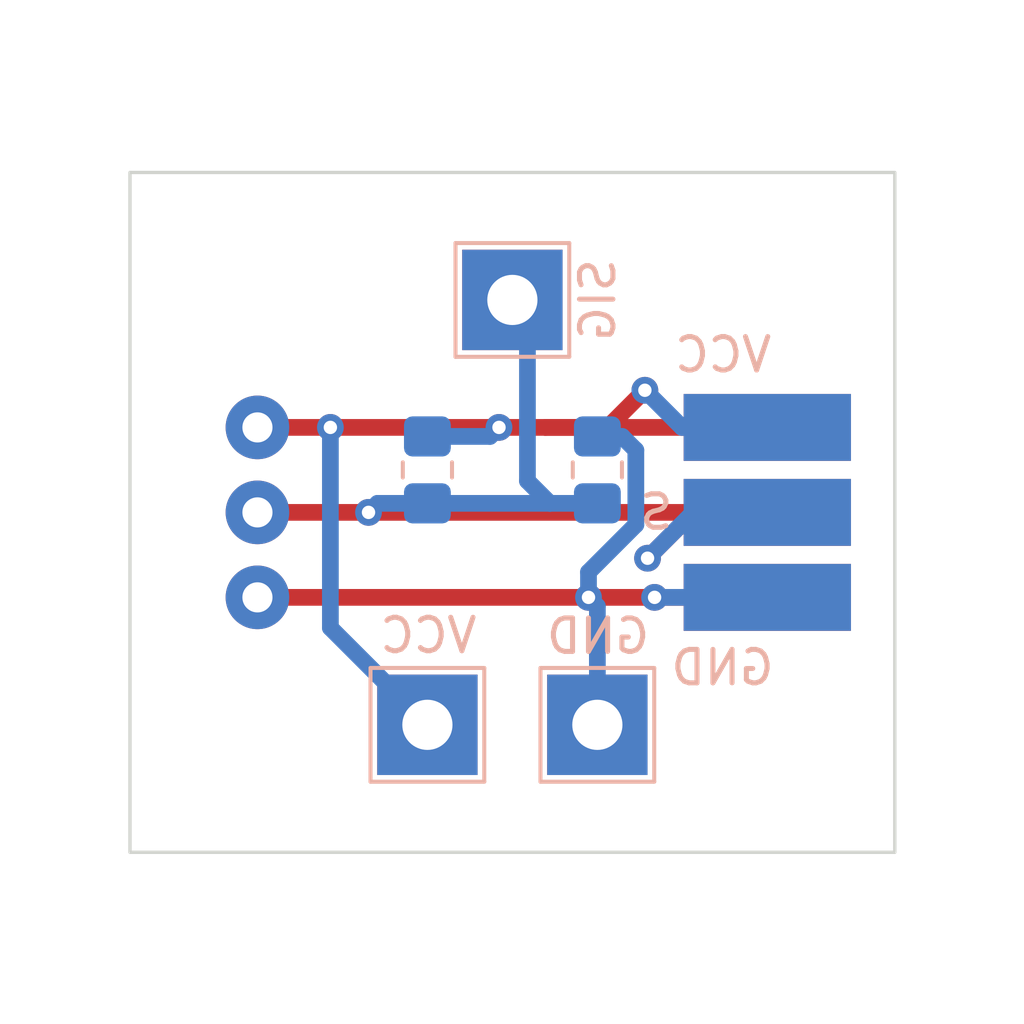
<source format=kicad_pcb>
(kicad_pcb (version 20221018) (generator pcbnew)
  (layers (0 "F.Cu" signal) (31 "B.Cu" signal) (34 "B.Paste" user) (35 "F.Paste" user) (36 "B.SilkS" user "B.Silkscreen") (37 "F.SilkS" user "F.Silkscreen") (38 "B.Mask" user) (39 "F.Mask" user) (44 "Edge.Cuts" user))
  (net 0 "")
  (net 1 "Net-(J1-Pin_1)")
  (net 2 "Net-(J1-Pin_2)")
  (net 3 "Net-(J1-Pin_3)")
  (footprint "MountingHole:MountingHole_2.2mm_M2" (layer "F.Cu") (at 130.81 81.28)
    (fp_text reference "H2" hide)
    (fp_text value "MountingHole")
    (pad "" np_thru_hole circle (at 0 0) (size 2.2 2.2) (drill 2.2) (layers "*.Cu" "*.Mask"))
  )
  (footprint "MountingHole:MountingHole_2.2mm_M2" (layer "F.Cu") (at 130.81 96.52)
    (fp_text reference "H4" hide)
    (fp_text value "MountingHole")
    (pad "" np_thru_hole circle (at 0 0) (size 2.2 2.2) (drill 2.2) (layers "*.Cu" "*.Mask"))
  )
  (footprint "conn:connfemale" (layer "F.Cu") (at 147.32 88.9)
    (fp_text reference "J2" hide)
    (fp_text value "Conn_01x03")
    (pad "1" smd rect (at 0 -2.54) (size 5 2) (layers "F.Cu" "F.Paste" "F.Mask") (net 1 "Net-(J1-Pin_1)"))
    (pad "1" smd rect (at 0 -2.54) (size 5 2) (layers "B.Cu" "B.Paste" "B.Mask") (net 1 "Net-(J1-Pin_1)"))
    (pad "2" smd rect (at 0 0) (size 5 2) (layers "F.Cu" "F.Paste" "F.Mask") (net 2 "Net-(J1-Pin_2)"))
    (pad "2" smd rect (at 0 0) (size 5 2) (layers "B.Cu" "B.Paste" "B.Mask") (net 2 "Net-(J1-Pin_2)"))
    (pad "3" smd rect (at 0 2.54) (size 5 2) (layers "F.Cu" "F.Paste" "F.Mask") (net 3 "Net-(J1-Pin_3)"))
    (pad "3" smd rect (at 0 2.54) (size 5 2) (layers "B.Cu" "B.Paste" "B.Mask") (net 3 "Net-(J1-Pin_3)"))
  )
  (footprint "MountingHole:MountingHole_2.2mm_M2" (layer "F.Cu") (at 148.59 96.52)
    (fp_text reference "H3" hide)
    (fp_text value "MountingHole")
    (pad "" np_thru_hole circle (at 0 0) (size 2.2 2.2) (drill 2.2) (layers "*.Cu" "*.Mask"))
  )
  (footprint "MountingHole:MountingHole_2.2mm_M2" (layer "F.Cu") (at 148.59 81.28)
    (fp_text reference "H1" hide)
    (fp_text value "MountingHole")
    (pad "" np_thru_hole circle (at 0 0) (size 2.2 2.2) (drill 2.2) (layers "*.Cu" "*.Mask"))
  )
  (footprint "conn:connmale" (layer "F.Cu") (at 132.08 88.9)
    (fp_text reference "J1" hide)
    (fp_text value "Conn_01x03")
    (pad "1" thru_hole circle (at 0 -2.54) (size 1.9 1.9) (drill 0.9) (layers "*.Cu" "*.Mask") (net 1 "Net-(J1-Pin_1)"))
    (pad "2" thru_hole circle (at 0 0) (size 1.9 1.9) (drill 0.9) (layers "*.Cu" "*.Mask") (net 2 "Net-(J1-Pin_2)"))
    (pad "3" thru_hole circle (at 0 2.54) (size 1.9 1.9) (drill 0.9) (layers "*.Cu" "*.Mask") (net 3 "Net-(J1-Pin_3)"))
  )
  (footprint "TestPoint:TestPoint_THTPad_3.0x3.0mm_Drill1.5mm" (layer "B.Cu") (at 139.7 82.55 -90)
    (fp_text reference "TP2" hide)
    (fp_text value "SIG" (at 0 -2.55 90) (layer "B.SilkS") (effects (justify mirror)))
    (fp_line (start -1.7 -1.7) (end -1.7 1.7) (stroke (width 0.12)) (layer "B.SilkS"))
    (fp_line (start -1.7 1.7) (end 1.7 1.7) (stroke (width 0.12)) (layer "B.SilkS"))
    (fp_line (start 1.7 -1.7) (end -1.7 -1.7) (stroke (width 0.12)) (layer "B.SilkS"))
    (fp_line (start 1.7 1.7) (end 1.7 -1.7) (stroke (width 0.12)) (layer "B.SilkS"))
    (pad "1" thru_hole rect (at 0 0 270) (size 3 3) (drill 1.5) (layers "*.Cu" "*.Mask") (net 2 "Net-(J1-Pin_2)"))
  )
  (footprint "Resistor_SMD:R_0805_2012Metric_Pad1.20x1.40mm_HandSolder" (layer "B.Cu") (at 137.16 87.63 -90)
    (fp_text reference "R1" hide)
    (fp_text value "R_US")
    (fp_line (start -0.227064 -0.735) (end 0.227064 -0.735) (stroke (width 0.12)) (layer "B.SilkS"))
    (fp_line (start -0.227064 0.735) (end 0.227064 0.735) (stroke (width 0.12)) (layer "B.SilkS"))
    (pad "1" smd roundrect (at -1 0 270) (size 1.2 1.4) (layers "B.Cu" "B.Paste" "B.Mask") (roundrect_rratio 0.2083333333) (net 1 "Net-(J1-Pin_1)"))
    (pad "2" smd roundrect (at 1 0 270) (size 1.2 1.4) (layers "B.Cu" "B.Paste" "B.Mask") (roundrect_rratio 0.2083333333) (net 2 "Net-(J1-Pin_2)"))
  )
  (footprint "TestPoint:TestPoint_THTPad_3.0x3.0mm_Drill1.5mm" (layer "B.Cu") (at 137.16 95.25 180)
    (fp_text reference "TP1" hide)
    (fp_text value "VCC" (at -0.03 2.67) (layer "B.SilkS") (effects (justify mirror)))
    (fp_line (start -1.7 -1.7) (end -1.7 1.7) (stroke (width 0.12)) (layer "B.SilkS"))
    (fp_line (start -1.7 1.7) (end 1.7 1.7) (stroke (width 0.12)) (layer "B.SilkS"))
    (fp_line (start 1.7 -1.7) (end -1.7 -1.7) (stroke (width 0.12)) (layer "B.SilkS"))
    (fp_line (start 1.7 1.7) (end 1.7 -1.7) (stroke (width 0.12)) (layer "B.SilkS"))
    (pad "1" thru_hole rect (at 0 0 180) (size 3 3) (drill 1.5) (layers "*.Cu" "*.Mask") (net 1 "Net-(J1-Pin_1)"))
  )
  (footprint "TestPoint:TestPoint_THTPad_3.0x3.0mm_Drill1.5mm" (layer "B.Cu") (at 142.24 95.25 180)
    (fp_text reference "TP3" hide)
    (fp_text value "GND" (at -0.02 2.65 180) (layer "B.SilkS") (effects (justify mirror)))
    (fp_text user "VCC" (at -3.76 11.06) (layer "B.SilkS") (effects (justify mirror)))
    (fp_text user "S" (at -1.76 6.36) (layer "B.SilkS") (effects (justify mirror)))
    (fp_text user "${VALUE}" (at -3.74 1.71 180) (layer "B.SilkS") (effects (justify mirror)))
    (fp_line (start -1.7 -1.7) (end -1.7 1.7) (stroke (width 0.12)) (layer "B.SilkS"))
    (fp_line (start -1.7 1.7) (end 1.7 1.7) (stroke (width 0.12)) (layer "B.SilkS"))
    (fp_line (start 1.7 -1.7) (end -1.7 -1.7) (stroke (width 0.12)) (layer "B.SilkS"))
    (fp_line (start 1.7 1.7) (end 1.7 -1.7) (stroke (width 0.12)) (layer "B.SilkS"))
    (pad "1" thru_hole rect (at 0 0 180) (size 3 3) (drill 1.5) (layers "*.Cu" "*.Mask") (net 3 "Net-(J1-Pin_3)"))
  )
  (footprint "Resistor_SMD:R_0805_2012Metric_Pad1.20x1.40mm_HandSolder" (layer "B.Cu") (at 142.24 87.63 90)
    (fp_text reference "R2" hide)
    (fp_text value "R_US")
    (fp_line (start -0.227064 -0.735) (end 0.227064 -0.735) (stroke (width 0.12)) (layer "B.SilkS"))
    (fp_line (start -0.227064 0.735) (end 0.227064 0.735) (stroke (width 0.12)) (layer "B.SilkS"))
    (pad "1" smd roundrect (at -1 0 90) (size 1.2 1.4) (layers "B.Cu" "B.Paste" "B.Mask") (roundrect_rratio 0.2083333333) (net 2 "Net-(J1-Pin_2)"))
    (pad "2" smd roundrect (at 1 0 90) (size 1.2 1.4) (layers "B.Cu" "B.Paste" "B.Mask") (roundrect_rratio 0.2083333333) (net 3 "Net-(J1-Pin_3)"))
  )
  (gr_rect (start 128.27 78.74) (end 151.13 99.06) (stroke (width 0.1)) (fill none) (layer "Edge.Cuts"))
  (segment (start 142.55 86.36) (end 140.69 86.36) (width 0.5) (layer "F.Cu") (net 1))
  (segment (start 143.66 85.25) (end 142.55 86.36) (width 0.5) (layer "F.Cu") (net 1))
  (segment (start 139.3 86.36) (end 134.26 86.36) (width 0.5) (layer "F.Cu") (net 1))
  (segment (start 147.32 86.36) (end 140.69 86.36) (width 0.5) (layer "F.Cu") (net 1))
  (segment (start 140.69 86.36) (end 139.3 86.36) (width 0.5) (layer "F.Cu") (net 1))
  (segment (start 134.26 86.36) (end 132.08 86.36) (width 0.5) (layer "F.Cu") (net 1))
  (via (at 143.66 85.25) (size 0.8) (drill 0.4) (layers "F.Cu" "B.Cu") (net 1))
  (via (at 139.3 86.36) (size 0.8) (drill 0.4) (layers "F.Cu" "B.Cu") (net 1))
  (via (at 134.26 86.36) (size 0.8) (drill 0.4) (layers "F.Cu" "B.Cu") (net 1))
  (segment (start 144.77 86.36) (end 143.66 85.25) (width 0.5) (layer "B.Cu") (net 1))
  (segment (start 137.16 95.25) (end 134.26 92.35) (width 0.5) (layer "B.Cu") (net 1))
  (segment (start 139.03 86.63) (end 139.3 86.36) (width 0.5) (layer "B.Cu") (net 1))
  (segment (start 147.32 86.36) (end 144.77 86.36) (width 0.5) (layer "B.Cu") (net 1))
  (segment (start 137.16 86.63) (end 139.03 86.63) (width 0.5) (layer "B.Cu") (net 1))
  (segment (start 134.26 92.35) (end 134.26 86.36) (width 0.5) (layer "B.Cu") (net 1))
  (segment (start 145.11 88.9) (end 143.74 90.27) (width 0.5) (layer "F.Cu") (net 2))
  (segment (start 135.4 88.9) (end 132.08 88.9) (width 0.5) (layer "F.Cu") (net 2))
  (segment (start 147.32 88.9) (end 135.4 88.9) (width 0.5) (layer "F.Cu") (net 2))
  (segment (start 147.32 88.9) (end 145.11 88.9) (width 0.5) (layer "F.Cu") (net 2))
  (via (at 135.4 88.9) (size 0.8) (drill 0.4) (layers "F.Cu" "B.Cu") (net 2))
  (via (at 143.74 90.27) (size 0.8) (drill 0.4) (layers "F.Cu" "B.Cu") (net 2))
  (segment (start 135.67 88.63) (end 135.4 88.9) (width 0.5) (layer "B.Cu") (net 2))
  (segment (start 142.24 88.63) (end 140.82 88.63) (width 0.5) (layer "B.Cu") (net 2))
  (segment (start 140.82 88.63) (end 137.16 88.63) (width 0.5) (layer "B.Cu") (net 2))
  (segment (start 140.15 87.96) (end 140.82 88.63) (width 0.5) (layer "B.Cu") (net 2))
  (segment (start 140.15 83) (end 140.15 87.96) (width 0.5) (layer "B.Cu") (net 2))
  (segment (start 139.7 82.55) (end 140.15 83) (width 0.5) (layer "B.Cu") (net 2))
  (segment (start 145.11 88.9) (end 147.32 88.9) (width 0.5) (layer "B.Cu") (net 2))
  (segment (start 143.74 90.27) (end 145.11 88.9) (width 0.5) (layer "B.Cu") (net 2))
  (segment (start 137.16 88.63) (end 135.67 88.63) (width 0.5) (layer "B.Cu") (net 2))
  (segment (start 132.08 91.44) (end 141.975 91.44) (width 0.5) (layer "F.Cu") (net 3))
  (segment (start 143.95 91.44) (end 147.32 91.44) (width 0.5) (layer "F.Cu") (net 3))
  (segment (start 141.975 91.44) (end 143.95 91.44) (width 0.5) (layer "F.Cu") (net 3))
  (via (at 141.975 91.44) (size 0.8) (drill 0.4) (layers "F.Cu" "B.Cu") (net 3))
  (via (at 143.95 91.44) (size 0.8) (drill 0.4) (layers "F.Cu" "B.Cu") (net 3))
  (segment (start 142.98 86.63) (end 143.365 87.015) (width 0.5) (layer "B.Cu") (net 3))
  (segment (start 143.39 89.269949) (end 143.39 87.04) (width 0.5) (layer "B.Cu") (net 3))
  (segment (start 141.975 90.684949) (end 143.39 89.269949) (width 0.5) (layer "B.Cu") (net 3))
  (segment (start 142.24 91.705) (end 141.975 91.44) (width 0.5) (layer "B.Cu") (net 3))
  (segment (start 142.24 95.25) (end 142.24 91.705) (width 0.5) (layer "B.Cu") (net 3))
  (segment (start 147.32 91.44) (end 143.95 91.44) (width 0.5) (layer "B.Cu") (net 3))
  (segment (start 142.24 86.63) (end 142.98 86.63) (width 0.5) (layer "B.Cu") (net 3))
  (segment (start 143.39 87.04) (end 143.365 87.015) (width 0.5) (layer "B.Cu") (net 3))
  (segment (start 141.975 91.44) (end 141.975 90.684949) (width 0.5) (layer "B.Cu") (net 3))
)
</source>
